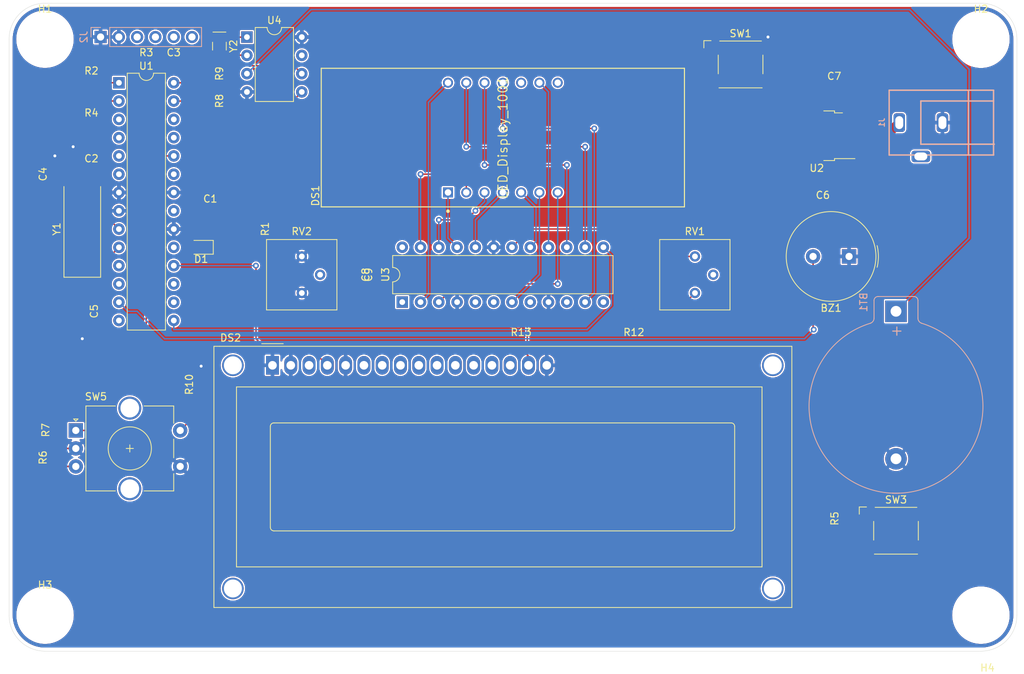
<source format=kicad_pcb>
(kicad_pcb (version 20211014) (generator pcbnew)
  (layers (0 "F.Cu" signal) (31 "B.Cu" signal) (34 "B.Paste" user) (35 "F.Paste" user) (36 "B.SilkS" user "B.Silkscreen") (37 "F.SilkS" user "F.Silkscreen") (38 "B.Mask" user) (39 "F.Mask" user) (44 "Edge.Cuts" user))
  (net 0 "")
  (net 1 "GND")
  (net 2 "Net-(C1-Pad1)")
  (net 3 "RESET")
  (net 4 "Net-(C3-Pad2)")
  (net 5 "Net-(C4-Pad1)")
  (net 6 "Net-(C5-Pad1)")
  (net 7 "Net-(C6-Pad1)")
  (net 8 "Net-(D1-Pad1)")
  (net 9 "LED_SCK")
  (net 10 "Net-(DS1-Pad1)")
  (net 11 "Net-(DS1-Pad2)")
  (net 12 "Net-(DS1-Pad3)")
  (net 13 "Net-(DS1-Pad4)")
  (net 14 "Net-(DS1-Pad5)")
  (net 15 "Net-(DS1-Pad6)")
  (net 16 "Net-(DS1-Pad7)")
  (net 17 "Net-(DS2-Pad3)")
  (net 18 "Net-(DS1-Pad9)")
  (net 19 "Net-(DS1-Pad10)")
  (net 20 "Net-(DS1-Pad11)")
  (net 21 "Net-(DS1-Pad12)")
  (net 22 "Net-(DS1-Pad13)")
  (net 23 "Net-(DS1-Pad14)")
  (net 24 "RS")
  (net 25 "D4")
  (net 26 "D5")
  (net 27 "D6")
  (net 28 "D7")
  (net 29 "Net-(DS2-Pad15)")
  (net 34 "VCC")
  (net 35 "MENU OUTPUT2")
  (net 36 "MENU_B")
  (net 37 "Net-(R12-Pad1)")
  (net 38 "LOAD")
  (net 40 "Net-(J2-Pad5)")
  (net 41 "Net-(J2-Pad4)")
  (net 43 "TXD")
  (net 44 "RXD")
  (net 45 "CLK")
  (net 46 "SDA")
  (net 47 "SCL")
  (net 48 "DATA")
  (net 49 "Net-(RV1-Pad3)")
  (net 50 "MENU SCROLL")
  (net 53 "MOSI")
  (net 54 "BUZZER")
  (net 59 "Net-(U4-Pad1)")
  (net 60 "Net-(U4-Pad2)")
  (net 61 "+BATT")
  (net 63 "Select_B")
  (footprint "footprints:MountingHole_3.2mm_M3" (layer "F.Cu") (at 215 140)
    (fp_text reference "H4" (at 0.9 7.32) (layer "F.SilkS"))
    (fp_text value "MountingHole")
    (pad "" np_thru_hole circle locked (at 0 0) (size 3.2 3.2) (drill 3.2) (layers *.Cu *.Mask))
  )
  (footprint "footprints:TO-252-2" (layer "F.Cu") (at 192.195 73.405 180)
    (fp_text reference "U2" (at 0 -4.5) (layer "F.SilkS"))
    (fp_text value "L7805")
    (pad "1" smd rect (at -4.2 -2.28 180) (size 2.2 1.2) (layers "F.Cu" "F.Paste" "F.Mask") (net 7 "Net-(C6-Pad1)"))
    (pad "2" smd rect (at 2.1 0 180) (size 6.4 5.8) (layers "F.Cu" "F.Mask") (net 1 "GND"))
    (pad "3" smd rect (at -4.2 2.28 180) (size 2.2 1.2) (layers "F.Cu" "F.Paste" "F.Mask") (net 34 "VCC"))
  )
  (footprint "footprints:DIP-8_W7.62mm" (layer "F.Cu") (at 113.04 59.7)
    (fp_text reference "U4" (at 3.81 -2.33) (layer "F.SilkS"))
    (fp_text value "DS1307_DIP-8")
    (pad "1" thru_hole rect locked (at 0 0) (size 1.6 1.6) (drill 0.8) (layers *.Cu *.Mask) (net 59 "Net-(U4-Pad1)"))
    (pad "2" thru_hole oval locked (at 0 2.54) (size 1.6 1.6) (drill 0.8) (layers *.Cu *.Mask) (net 60 "Net-(U4-Pad2)"))
    (pad "3" thru_hole oval locked (at 0 5.08) (size 1.6 1.6) (drill 0.8) (layers *.Cu *.Mask) (net 61 "+BATT"))
    (pad "4" thru_hole oval locked (at 0 7.62) (size 1.6 1.6) (drill 0.8) (layers *.Cu *.Mask) (net 1 "GND"))
    (pad "5" thru_hole oval locked (at 7.62 7.62) (size 1.6 1.6) (drill 0.8) (layers *.Cu *.Mask) (net 46 "SDA"))
    (pad "6" thru_hole oval locked (at 7.62 5.08) (size 1.6 1.6) (drill 0.8) (layers *.Cu *.Mask) (net 47 "SCL"))
    (pad "7" thru_hole oval locked (at 7.62 2.54) (size 1.6 1.6) (drill 0.8) (layers *.Cu *.Mask))
    (pad "8" thru_hole oval locked (at 7.62 0) (size 1.6 1.6) (drill 0.8) (layers *.Cu *.Mask) (net 34 "VCC"))
  )
  (footprint "footprints:TC1602A-01T" (layer "F.Cu") (at 116.59 105.2925)
    (fp_text reference "DS2" (at -5.82 -3.81) (layer "F.SilkS"))
    (fp_text value "TC1602A-01T")
    (pad "" thru_hole circle locked (at -5.4991 31.0007) (size 3 3) (drill 2.5) (layers *.Cu *.Mask))
    (pad "" thru_hole circle locked (at 69.49948 31.0007) (size 3 3) (drill 2.5) (layers *.Cu *.Mask))
    (pad "" thru_hole circle locked (at 69.5 0) (size 3 3) (drill 2.5) (layers *.Cu *.Mask))
    (pad "" thru_hole circle locked (at -5.4991 0) (size 3 3) (drill 2.5) (layers *.Cu *.Mask))
    (pad "1" thru_hole rect locked (at 0 0) (size 1.8 2.6) (drill 1.2) (layers *.Cu *.Mask) (net 1 "GND"))
    (pad "2" thru_hole oval locked (at 2.54 0) (size 1.8 2.6) (drill 1.2) (layers *.Cu *.Mask) (net 34 "VCC"))
    (pad "3" thru_hole oval locked (at 5.08 0) (size 1.8 2.6) (drill 1.2) (layers *.Cu *.Mask) (net 17 "Net-(DS2-Pad3)"))
    (pad "4" thru_hole oval locked (at 7.62 0) (size 1.8 2.6) (drill 1.2) (layers *.Cu *.Mask) (net 24 "RS"))
    (pad "5" thru_hole oval locked (at 10.16 0) (size 1.8 2.6) (drill 1.2) (layers *.Cu *.Mask) (net 1 "GND"))
    (pad "6" thru_hole oval locked (at 12.7 0) (size 1.8 2.6) (drill 1.2) (layers *.Cu *.Mask) (net 53 "MOSI"))
    (pad "7" thru_hole oval locked (at 15.24 0) (size 1.8 2.6) (drill 1.2) (layers *.Cu *.Mask))
    (pad "8" thru_hole oval locked (at 17.78 0) (size 1.8 2.6) (drill 1.2) (layers *.Cu *.Mask))
    (pad "9" thru_hole oval locked (at 20.32 0) (size 1.8 2.6) (drill 1.2) (layers *.Cu *.Mask))
    (pad "10" thru_hole oval locked (at 22.86 0) (size 1.8 2.6) (drill 1.2) (layers *.Cu *.Mask))
    (pad "11" thru_hole oval locked (at 25.4 0) (size 1.8 2.6) (drill 1.2) (layers *.Cu *.Mask) (net 25 "D4"))
    (pad "12" thru_hole oval locked (at 27.94 0) (size 1.8 2.6) (drill 1.2) (layers *.Cu *.Mask) (net 26 "D5"))
    (pad "13" thru_hole oval locked (at 30.48 0) (size 1.8 2.6) (drill 1.2) (layers *.Cu *.Mask) (net 27 "D6"))
    (pad "14" thru_hole oval locked (at 33.02 0) (size 1.8 2.6) (drill 1.2) (layers *.Cu *.Mask) (net 28 "D7"))
    (pad "15" thru_hole oval locked (at 35.56 0) (size 1.8 2.6) (drill 1.2) (layers *.Cu *.Mask) (net 29 "Net-(DS2-Pad15)"))
    (pad "16" thru_hole oval locked (at 38.1 0) (size 1.8 2.6) (drill 1.2) (layers *.Cu *.Mask) (net 1 "GND"))
  )
  (footprint "footprints:R_0805_2012Metric" (layer "F.Cu") (at 91.44 66.04)
    (fp_text reference "R2" (at 0 -1.65) (layer "F.SilkS"))
    (fp_text value "R_0805_10K")
    (pad "1" smd rect locked (at -0.85 0) (size 1.15 1.4) (layers "F.Cu" "F.Paste" "F.Mask") (net 34 "VCC"))
    (pad "2" smd rect locked (at 0.85 0) (size 1.15 1.4) (layers "F.Cu" "F.Paste" "F.Mask") (net 3 "RESET"))
  )
  (footprint "footprints:DIP-28_W7.62mm" (layer "F.Cu") (at 95.26 66.05)
    (fp_text reference "U1" (at 3.81 -2.33) (layer "F.SilkS"))
    (fp_text value "ATmega328-PU")
    (pad "1" thru_hole rect locked (at 0 0) (size 1.6 1.6) (drill 0.8) (layers *.Cu *.Mask) (net 3 "RESET"))
    (pad "2" thru_hole oval locked (at 0 2.54) (size 1.6 1.6) (drill 0.8) (layers *.Cu *.Mask) (net 44 "RXD"))
    (pad "3" thru_hole oval locked (at 0 5.08) (size 1.6 1.6) (drill 0.8) (layers *.Cu *.Mask) (net 43 "TXD"))
    (pad "4" thru_hole oval locked (at 0 7.62) (size 1.6 1.6) (drill 0.8) (layers *.Cu *.Mask) (net 25 "D4"))
    (pad "5" thru_hole oval locked (at 0 10.16) (size 1.6 1.6) (drill 0.8) (layers *.Cu *.Mask) (net 26 "D5"))
    (pad "6" thru_hole oval locked (at 0 12.7) (size 1.6 1.6) (drill 0.8) (layers *.Cu *.Mask) (net 27 "D6"))
    (pad "7" thru_hole oval locked (at 0 15.24) (size 1.6 1.6) (drill 0.8) (layers *.Cu *.Mask) (net 34 "VCC"))
    (pad "8" thru_hole oval locked (at 0 17.78) (size 1.6 1.6) (drill 0.8) (layers *.Cu *.Mask) (net 1 "GND"))
    (pad "9" thru_hole oval locked (at 0 20.32) (size 1.6 1.6) (drill 0.8) (layers *.Cu *.Mask) (net 5 "Net-(C4-Pad1)"))
    (pad "10" thru_hole oval locked (at 0 22.86) (size 1.6 1.6) (drill 0.8) (layers *.Cu *.Mask) (net 6 "Net-(C5-Pad1)"))
    (pad "11" thru_hole oval locked (at 0 25.4) (size 1.6 1.6) (drill 0.8) (layers *.Cu *.Mask) (net 28 "D7"))
    (pad "12" thru_hole oval locked (at 0 27.94) (size 1.6 1.6) (drill 0.8) (layers *.Cu *.Mask))
    (pad "13" thru_hole oval locked (at 0 30.48) (size 1.6 1.6) (drill 0.8) (layers *.Cu *.Mask) (net 54 "BUZZER"))
    (pad "14" thru_hole oval locked (at 0 33.02) (size 1.6 1.6) (drill 0.8) (layers *.Cu *.Mask) (net 38 "LOAD"))
    (pad "15" thru_hole oval locked (at 7.62 33.02) (size 1.6 1.6) (drill 0.8) (layers *.Cu *.Mask) (net 45 "CLK"))
    (pad "16" thru_hole oval locked (at 7.62 30.48) (size 1.6 1.6) (drill 0.8) (layers *.Cu *.Mask) (net 48 "DATA"))
    (pad "17" thru_hole oval locked (at 7.62 27.94) (size 1.6 1.6) (drill 0.8) (layers *.Cu *.Mask) (net 53 "MOSI"))
    (pad "18" thru_hole oval locked (at 7.62 25.4) (size 1.6 1.6) (drill 0.8) (layers *.Cu *.Mask) (net 24 "RS"))
    (pad "19" thru_hole oval locked (at 7.62 22.86) (size 1.6 1.6) (drill 0.8) (layers *.Cu *.Mask) (net 9 "LED_SCK"))
    (pad "20" thru_hole oval locked (at 7.62 20.32) (size 1.6 1.6) (drill 0.8) (layers *.Cu *.Mask) (net 34 "VCC"))
    (pad "21" thru_hole oval locked (at 7.62 17.78) (size 1.6 1.6) (drill 0.8) (layers *.Cu *.Mask) (net 2 "Net-(C1-Pad1)"))
    (pad "22" thru_hole oval locked (at 7.62 15.24) (size 1.6 1.6) (drill 0.8) (layers *.Cu *.Mask) (net 1 "GND"))
    (pad "23" thru_hole oval locked (at 7.62 12.7) (size 1.6 1.6) (drill 0.8) (layers *.Cu *.Mask) (net 50 "MENU SCROLL"))
    (pad "24" thru_hole oval locked (at 7.62 10.16) (size 1.6 1.6) (drill 0.8) (layers *.Cu *.Mask) (net 35 "MENU OUTPUT2"))
    (pad "25" thru_hole oval locked (at 7.62 7.62) (size 1.6 1.6) (drill 0.8) (layers *.Cu *.Mask) (net 63 "Select_B"))
    (pad "26" thru_hole oval locked (at 7.62 5.08) (size 1.6 1.6) (drill 0.8) (layers *.Cu *.Mask) (net 36 "MENU_B"))
    (pad "27" thru_hole oval locked (at 7.62 2.54) (size 1.6 1.6) (drill 0.8) (layers *.Cu *.Mask) (net 46 "SDA"))
    (pad "28" thru_hole oval locked (at 7.62 0) (size 1.6 1.6) (drill 0.8) (layers *.Cu *.Mask) (net 47 "SCL"))
  )
  (footprint "footprints:R_0805_2012Metric" (layer "F.Cu") (at 106.68 63.5 -90)
    (fp_text reference "R9" (at 1.27 -2.54 90) (layer "F.SilkS"))
    (fp_text value "R_0805_4.7K")
    (pad "1" smd rect locked (at -0.85 0 270) (size 1.15 1.4) (layers "F.Cu" "F.Paste" "F.Mask") (net 34 "VCC"))
    (pad "2" smd rect locked (at 0.85 0 270) (size 1.15 1.4) (layers "F.Cu" "F.Paste" "F.Mask") (net 47 "SCL"))
  )
  (footprint "footprints:C_0805_2012Metric" (layer "F.Cu") (at 130.81 92.71 -90)
    (fp_text reference "C8" (at 0 1.27 90) (layer "F.SilkS"))
    (fp_text value "C_0805_0.1uf")
    (pad "1" smd rect locked (at -0.85 0 270) (size 1.15 1.4) (layers "F.Cu" "F.Paste" "F.Mask") (net 34 "VCC"))
    (pad "2" smd rect locked (at 0.85 0 270) (size 1.15 1.4) (layers "F.Cu" "F.Paste" "F.Mask") (net 1 "GND"))
  )
  (footprint "footprints:C_0805_2012Metric" (layer "F.Cu") (at 128.27 92.71 -90)
    (fp_text reference "C9" (at 0 -1.65 90) (layer "F.SilkS"))
    (fp_text value "C_0805_0.1uf")
    (pad "1" smd rect locked (at -0.85 0 270) (size 1.15 1.4) (layers "F.Cu" "F.Paste" "F.Mask") (net 34 "VCC"))
    (pad "2" smd rect locked (at 0.85 0 270) (size 1.15 1.4) (layers "F.Cu" "F.Paste" "F.Mask") (net 1 "GND"))
  )
  (footprint "footprints:R_0805_2012Metric" (layer "F.Cu") (at 86.36 118.11 90)
    (fp_text reference "R6" (at 0 -1.65 90) (layer "F.SilkS"))
    (fp_text value "R_0805_10K")
    (pad "1" smd rect locked (at -0.85 0 90) (size 1.15 1.4) (layers "F.Cu" "F.Paste" "F.Mask") (net 50 "MENU SCROLL"))
    (pad "2" smd rect locked (at 0.85 0 90) (size 1.15 1.4) (layers "F.Cu" "F.Paste" "F.Mask") (net 1 "GND"))
  )
  (footprint "footprints:Crystal_SMD_HC49-SD" (layer "F.Cu") (at 90.17 86.36 90)
    (fp_text reference "Y1" (at 0 -3.55 90) (layer "F.SilkS"))
    (fp_text value "Crystal_16MHz")
    (pad "1" smd rect locked (at -4.25 0 90) (size 4.5 2) (layers "F.Cu" "F.Paste" "F.Mask") (net 6 "Net-(C5-Pad1)"))
    (pad "2" smd rect locked (at 4.25 0 90) (size 4.5 2) (layers "F.Cu" "F.Paste" "F.Mask") (net 5 "Net-(C4-Pad1)"))
  )
  (footprint "footprints:C_0805_2012Metric" (layer "F.Cu") (at 90.17 97.79 -90)
    (fp_text reference "C5" (at 0 -1.65 90) (layer "F.SilkS"))
    (fp_text value "C_0805_22pf")
    (pad "1" smd rect locked (at -0.85 0 270) (size 1.15 1.4) (layers "F.Cu" "F.Paste" "F.Mask") (net 6 "Net-(C5-Pad1)"))
    (pad "2" smd rect locked (at 0.85 0 270) (size 1.15 1.4) (layers "F.Cu" "F.Paste" "F.Mask") (net 1 "GND"))
  )
  (footprint "footprints:C_0805_2012Metric" (layer "F.Cu") (at 193.04 80.01 180)
    (fp_text reference "C6" (at 0 -1.65) (layer "F.SilkS"))
    (fp_text value "C_0805_1uf")
    (pad "1" smd rect locked (at -0.85 0 180) (size 1.15 1.4) (layers "F.Cu" "F.Paste" "F.Mask") (net 7 "Net-(C6-Pad1)"))
    (pad "2" smd rect locked (at 0.85 0 180) (size 1.15 1.4) (layers "F.Cu" "F.Paste" "F.Mask") (net 1 "GND"))
  )
  (footprint "footprints:DIP-24_W7.62mm" (layer "F.Cu") (at 134.615 96.51 90)
    (fp_text reference "U3" (at 3.81 -2.33 90) (layer "F.SilkS"))
    (fp_text value "MAX7219")
    (pad "1" thru_hole rect locked (at 0 0 90) (size 1.6 1.6) (drill 0.8) (layers *.Cu *.Mask) (net 48 "DATA"))
    (pad "2" thru_hole oval locked (at 0 2.54 90) (size 1.6 1.6) (drill 0.8) (layers *.Cu *.Mask) (net 23 "Net-(DS1-Pad14)"))
    (pad "3" thru_hole oval locked (at 0 5.08 90) (size 1.6 1.6) (drill 0.8) (layers *.Cu *.Mask) (net 16 "Net-(DS1-Pad7)"))
    (pad "4" thru_hole oval locked (at 0 7.62 90) (size 1.6 1.6) (drill 0.8) (layers *.Cu *.Mask) (net 1 "GND"))
    (pad "5" thru_hole oval locked (at 0 10.16 90) (size 1.6 1.6) (drill 0.8) (layers *.Cu *.Mask))
    (pad "6" thru_hole oval locked (at 0 12.7 90) (size 1.6 1.6) (drill 0.8) (layers *.Cu *.Mask) (net 19 "Net-(DS1-Pad10)"))
    (pad "7" thru_hole oval locked (at 0 15.24 90) (size 1.6 1.6) (drill 0.8) (layers *.Cu *.Mask) (net 15 "Net-(DS1-Pad6)"))
    (pad "8" thru_hole oval locked (at 0 17.78 90) (size 1.6 1.6) (drill 0.8) (layers *.Cu *.Mask))
    (pad "9" thru_hole oval locked (at 0 20.32 90) (size 1.6 1.6) (drill 0.8) (layers *.Cu *.Mask) (net 1 "GND"))
    (pad "10" thru_hole oval locked (at 0 22.86 90) (size 1.6 1.6) (drill 0.8) (layers *.Cu *.Mask))
    (pad "11" thru_hole oval locked (at 0 25.4 90) (size 1.6 1.6) (drill 0.8) (layers *.Cu *.Mask) (net 20 "Net-(DS1-Pad11)"))
    (pad "12" thru_hole oval locked (at 0 27.94 90) (size 1.6 1.6) (drill 0.8) (layers *.Cu *.Mask) (net 38 "LOAD"))
    (pad "13" thru_hole oval locked (at 7.62 27.94 90) (size 1.6 1.6) (drill 0.8) (layers *.Cu *.Mask) (net 45 "CLK"))
    (pad "14" thru_hole oval locked (at 7.62 25.4 90) (size 1.6 1.6) (drill 0.8) (layers *.Cu *.Mask) (net 22 "Net-(DS1-Pad13)"))
    (pad "15" thru_hole oval locked (at 7.62 22.86 90) (size 1.6 1.6) (drill 0.8) (layers *.Cu *.Mask) (net 21 "Net-(DS1-Pad12)"))
    (pad "16" thru_hole oval locked (at 7.62 20.32 90) (size 1.6 1.6) (drill 0.8) (layers *.Cu *.Mask) (net 18 "Net-(DS1-Pad9)"))
    (pad "17" thru_hole oval locked (at 7.62 17.78 90) (size 1.6 1.6) (drill 0.8) (layers *.Cu *.Mask) (net 14 "Net-(DS1-Pad5)"))
    (pad "18" thru_hole oval locked (at 7.62 15.24 90) (size 1.6 1.6) (drill 0.8) (layers *.Cu *.Mask) (net 49 "Net-(RV1-Pad3)"))
    (pad "19" thru_hole oval locked (at 7.62 12.7 90) (size 1.6 1.6) (drill 0.8) (layers *.Cu *.Mask) (net 34 "VCC"))
    (pad "20" thru_hole oval locked (at 7.62 10.16 90) (size 1.6 1.6) (drill 0.8) (layers *.Cu *.Mask) (net 13 "Net-(DS1-Pad4)"))
    (pad "21" thru_hole oval locked (at 7.62 7.62 90) (size 1.6 1.6) (drill 0.8) (layers *.Cu *.Mask) (net 10 "Net-(DS1-Pad1)"))
    (pad "22" thru_hole oval locked (at 7.62 5.08 90) (size 1.6 1.6) (drill 0.8) (layers *.Cu *.Mask) (net 12 "Net-(DS1-Pad3)"))
    (pad "23" thru_hole oval locked (at 7.62 2.54 90) (size 1.6 1.6) (drill 0.8) (layers *.Cu *.Mask) (net 11 "Net-(DS1-Pad2)"))
    (pad "24" thru_hole oval locked (at 7.62 0 90) (size 1.6 1.6) (drill 0.8) (layers *.Cu *.Mask))
  )
  (footprint "footprints:R_0805_2012Metric" (layer "F.Cu") (at 193.04 126.58 -90)
    (fp_text reference "R5" (at 0 -1.65 90) (layer "F.SilkS"))
    (fp_text value "R_0805_10K")
    (pad "1" smd rect locked (at -0.85 0 270) (size 1.15 1.4) (layers "F.Cu" "F.Paste" "F.Mask") (net 1 "GND"))
    (pad "2" smd rect locked (at 0.85 0 270) (size 1.15 1.4) (layers "F.Cu" "F.Paste" "F.Mask") (net 63 "Select_B"))
  )
  (footprint "footprints:R_0805_2012Metric" (layer "F.Cu") (at 166.79 99.06 180)
    (fp_text reference "R12" (at 0 -1.65) (layer "F.SilkS"))
    (fp_text value "R_0805_10K")
    (pad "1" smd rect locked (at -0.85 0 180) (size 1.15 1.4) (layers "F.Cu" "F.Paste" "F.Mask") (net 37 "Net-(R12-Pad1)"))
    (pad "2" smd rect locked (at 0.85 0 180) (size 1.15 1.4) (layers "F.Cu" "F.Paste" "F.Mask") (net 34 "VCC"))
  )
  (footprint "footprints:R_0805_2012Metric" (layer "F.Cu") (at 91.44 68.58 180)
    (fp_text reference "R4" (at 0 -1.65) (layer "F.SilkS"))
    (fp_text value "R_0805_47")
    (pad "1" smd rect locked (at -0.85 0 180) (size 1.15 1.4) (layers "F.Cu" "F.Paste" "F.Mask") (net 44 "RXD"))
    (pad "2" smd rect locked (at 0.85 0 180) (size 1.15 1.4) (layers "F.Cu" "F.Paste" "F.Mask") (net 41 "Net-(J2-Pad4)"))
  )
  (footprint "footprints:MountingHole_3.2mm_M3" (layer "F.Cu") (at 215 60)
    (fp_text reference "H2" (at 0 -4.2) (layer "F.SilkS"))
    (fp_text value "MountingHole")
    (pad "" np_thru_hole circle locked (at 0 0) (size 3.2 3.2) (drill 3.2) (layers *.Cu *.Mask))
  )
  (footprint "footprints:Potentiometer_Bourns_3386P_Vertical" (layer "F.Cu") (at 120.665 95.25)
    (fp_text reference "RV2" (at -0.015 -8.555) (layer "F.SilkS"))
    (fp_text value "R_POT_10K")
    (pad "1" thru_hole circle (at 0 0) (size 1.44 1.44) (drill 0.8) (layers *.Cu *.Mask) (net 1 "GND"))
    (pad "2" thru_hole circle (at 2.54 -2.54) (size 1.44 1.44) (drill 0.8) (layers *.Cu *.Mask) (net 17 "Net-(DS2-Pad3)"))
    (pad "3" thru_hole circle (at 0 -5.08) (size 1.44 1.44) (drill 0.8) (layers *.Cu *.Mask) (net 34 "VCC"))
  )
  (footprint "footprints:RotaryEncoder_TT_EN11-Switch_Vertical_H20mm_CircularMountingHoles" (layer "F.Cu") (at 89.27 114.34)
    (fp_text reference "SW5" (at 2.8 -4.7) (layer "F.SilkS"))
    (fp_text value "RotaryEncoder_Switch")
    (pad "" thru_hole circle (at 7.5 -3.1) (size 3.2 3.2) (drill 2.6) (layers *.Cu *.Mask))
    (pad "" thru_hole circle (at 7.5 8.1) (size 3.2 3.2) (drill 2.6) (layers *.Cu *.Mask))
    (pad "A" thru_hole rect (at 0 0) (size 2 2) (drill 1) (layers *.Cu *.Mask) (net 35 "MENU OUTPUT2"))
    (pad "B" thru_hole circle (at 0 5) (size 2 2) (drill 1) (layers *.Cu *.Mask) (net 50 "MENU SCROLL"))
    (pad "C" thru_hole circle (at 0 2.5) (size 2 2) (drill 1) (layers *.Cu *.Mask) (net 1 "GND"))
    (pad "S1" thru_hole circle (at 14.5 5) (size 2 2) (drill 1) (layers *.Cu *.Mask) (net 34 "VCC"))
    (pad "S2" thru_hole circle (at 14.5 0) (size 2 2) (drill 1) (layers *.Cu *.Mask) (net 36 "MENU_B"))
  )
  (footprint "footprints:R_0805_2012Metric" (layer "F.Cu") (at 86.36 114.3 -90)
    (fp_text reference "R7" (at 0 1.27 90) (layer "F.SilkS"))
    (fp_text value "R_0805_10K")
    (pad "1" smd rect locked (at -0.85 0 270) (size 1.15 1.4) (layers "F.Cu" "F.Paste" "F.Mask") (net 35 "MENU OUTPUT2"))
    (pad "2" smd rect locked (at 0.85 0 270) (size 1.15 1.4) (layers "F.Cu" "F.Paste" "F.Mask") (net 1 "GND"))
  )
  (footprint "footprints:MountingHole_3.2mm_M3" (layer "F.Cu") (at 85 140)
    (fp_text reference "H3" (at 0 -4.2) (layer "F.SilkS"))
    (fp_text value "MountingHole")
    (pad "" np_thru_hole circle locked (at 0 0) (size 3.2 3.2) (drill 3.2) (layers *.Cu *.Mask))
  )
  (footprint "footprints:SW_SPST_Omron_B3FS-100xP" (layer "F.Cu") (at 181.61 63.5)
    (fp_text reference "SW1" (at 0 -4.3) (layer "F.SilkS"))
    (fp_text value "Omron_B3F_SPST")
    (pad "1" smd rect locked (at -4 -2.25 180) (size 1.6 1.4) (layers "F.Cu" "F.Paste" "F.Mask") (net 1 "GND"))
    (pad "2" smd rect locked (at 4 -2.25 180) (size 1.6 1.4) (layers "F.Cu" "F.Paste" "F.Mask") (net 1 "GND"))
    (pad "3" smd rect locked (at -4 2.25 180) (size 1.6 1.4) (layers "F.Cu" "F.Paste" "F.Mask") (net 3 "RESET"))
    (pad "4" smd rect locked (at 4 2.25 180) (size 1.6 1.4) (layers "F.Cu" "F.Paste" "F.Mask") (net 3 "RESET"))
  )
  (footprint "footprints:R_0805_2012Metric" (layer "F.Cu") (at 99.06 63.5)
    (fp_text reference "R3" (at 0 -1.65) (layer "F.SilkS"))
    (fp_text value "R_0805_47")
    (pad "1" smd rect locked (at -0.85 0) (size 1.15 1.4) (layers "F.Cu" "F.Paste" "F.Mask") (net 43 "TXD"))
    (pad "2" smd rect locked (at 0.85 0) (size 1.15 1.4) (layers "F.Cu" "F.Paste" "F.Mask") (net 40 "Net-(J2-Pad5)"))
  )
  (footprint "footprints:MountingHole_3.2mm_M3" (layer "F.Cu") (at 85 60)
    (fp_text reference "H1" (at 0 -4.2) (layer "F.SilkS"))
    (fp_text value "MountingHole")
    (pad "" np_thru_hole circle locked (at 0 0) (size 3.2 3.2) (drill 3.2) (layers *.Cu *.Mask))
  )
  (footprint "footprints:SW_SPST_Omron_B3FS-100xP" (layer "F.Cu") (at 203.2 128.27)
    (fp_text reference "SW3" (at 0 -4.3) (layer "F.SilkS"))
    (fp_text value "Omron_B3F_SPST")
    (pad "1" smd rect locked (at -4 -2.25 180) (size 1.6 1.4) (layers "F.Cu" "F.Paste" "F.Mask") (net 34 "VCC"))
    (pad "2" smd rect locked (at 4 -2.25 180) (size 1.6 1.4) (layers "F.Cu" "F.Paste" "F.Mask"))
    (pad "3" smd rect locked (at -4 2.25 180) (size 1.6 1.4) (layers "F.Cu" "F.Paste" "F.Mask") (net 63 "Select_B"))
    (pad "4" smd rect locked (at 4 2.25 180) (size 1.6 1.4) (layers "F.Cu" "F.Paste" "F.Mask"))
  )
  (footprint "footprints:R_0805_2012Metric" (layer "F.Cu") (at 106.68 107.95 90)
    (fp_text reference "R10" (at 0 -1.65 90) (layer "F.SilkS"))
    (fp_text value "R_0805_10K")
    (pad "1" smd rect locked (at -0.85 0 90) (size 1.15 1.4) (layers "F.Cu" "F.Paste" "F.Mask") (net 36 "MENU_B"))
    (pad "2" smd rect locked (at 0.85 0 90) (size 1.15 1.4) (layers "F.Cu" "F.Paste" "F.Mask") (net 1 "GND"))
  )
  (footprint "footprints:C_0805_2012Metric" (layer "F.Cu") (at 102.87 63.5)
    (fp_text reference "C3" (at 0 -1.65) (layer "F.SilkS"))
    (fp_text value "C_0805_0.1uf")
    (pad "1" smd rect locked (at -0.85 0) (size 1.15 1.4) (layers "F.Cu" "F.Paste" "F.Mask") (net 3 "RESET"))
    (pad "2" smd rect locked (at 0.85 0) (size 1.15 1.4) (layers "F.Cu" "F.Paste" "F.Mask") (net 4 "Net-(C3-Pad2)"))
  )
  (footprint "footprints:Crystal_SMD_2Pin_3.2x1.5mm" (layer "F.Cu") (at 109.22 60.96 -90)
    (fp_text reference "Y2" (at 0 -1.95 90) (layer "F.SilkS"))
    (fp_text value "Crystal_32768Hz")
    (pad "1" smd rect locked (at -1.25 0 270) (size 1 1.8) (layers "F.Cu" "F.Paste" "F.Mask") (net 59 "Net-(U4-Pad1)"))
    (pad "2" smd rect locked (at 1.25 0 270) (size 1 1.8) (layers "F.Cu" "F.Paste" "F.Mask") (net 60 "Net-(U4-Pad2)"))
  )
  (footprint "footprints:C_0805_2012Metric" (layer "F.Cu") (at 107.95 83.82)
    (fp_text reference "C1" (at 0 -1.65) (layer "F.SilkS"))
    (fp_text value "C_0805_0.1uf")
    (pad "1" smd rect locked (at -0.85 0) (size 1.15 1.4) (layers "F.Cu" "F.Paste" "F.Mask") (net 2 "Net-(C1-Pad1)"))
    (pad "2" smd rect locked (at 0.85 0) (size 1.15 1.4) (layers "F.Cu" "F.Paste" "F.Mask") (net 1 "GND"))
  )
  (footprint "footprints:Adafruit-1001-0-0-MFG" (layer "F.Cu") (at 148.59 73.66 90)
    (fp_text reference "DS1" (at -9.625 -26.025 90) (layer "F.SilkS") (effects (justify left)))
    (fp_text value "LED_Display_1001" (at 0 0 90) (layer "F.SilkS") (effects (font (size 1.27 1.27))))
    (pad "1" thru_hole rect locked (at -7.62 -7.62 90) (size 1.4 1.4) (drill 0.9) (layers *.Cu *.Mask) (net 10 "Net-(DS1-Pad1)"))
    (pad "2" thru_hole circle locked (at -7.62 -5.08 90) (size 1.4 1.4) (drill 0.9) (layers *.Cu *.Mask) (net 11 "Net-(DS1-Pad2)"))
    (pad "3" thru_hole circle locked (at -7.62 -2.54 90) (size 1.4 1.4) (drill 0.9) (layers *.Cu *.Mask) (net 12 "Net-(DS1-Pad3)"))
    (pad "4" thru_hole circle locked (at -7.62 0 90) (size 1.4 1.4) (drill 0.9) (layers *.Cu *.Mask) (net 13 "Net-(DS1-Pad4)"))
    (pad "5" thru_hole circle locked (at -7.62 2.54 90) (size 1.4 1.4) (drill 0.9) (layers *.Cu *.Mask) (net 14 "Net-(DS1-Pad5)"))
    (pad "6" thru_hole circle locked (at -7.62 5.08 90) (size 1.4 1.4) (drill 0.9) (layers *.Cu *.Mask) (net 15 "Net-(DS1-Pad6)"))
    (pad "7" thru_hole circle locked (at -7.62 7.62 90) (size 1.4 1.4) (drill 0.9) (layers *.Cu *.Mask) (net 16 "Net-(DS1-Pad7)"))
    (pad "8" thru_hole circle locked (at 7.62 7.62 90) (size 1.4 1.4) (drill 0.9) (layers *.Cu *.Mask) (net 12 "Net-(DS1-Pad3)"))
    (pad "9" thru_hole circle locked (at 7.62 5.08 90) (size 1.4 1.4) (drill 0.9) (layers *.Cu *.Mask) (net 18 "Net-(DS1-Pad9)"))
    (pad "10" thru_hole circle locked (at 7.62 2.54 90) (size 1.4 1.4) (drill 0.9) (layers *.Cu *.Mask) (net 19 "Net-(DS1-Pad10)"))
    (pad "11" thru_hole circle locked (at 7.62 0 90) (size 1.4 1.4) (drill 0.9) (layers *.Cu *.Mask) (net 20 "Net-(DS1-Pad11)"))
    (pad "12" thru_hole circle locked (at 7.62 -2.54 90) (size 1.4 1.4) (drill 0.9) (layers *.Cu *.Mask) (net 21 "Net-(DS1-Pad12)"))
    (pad "13" thru_hole circle locked (at 7.62 -5.08 90) (size 1.4 1.4) (drill 0.9) (layers *.Cu *.Mask) (net 22 "Net-(DS1-Pad13)"))
    (pad "14" thru_hole circle locked (at 7.62 -7.62 90) (size 1.4 1.4) (drill 0.9) (layers *.Cu *.Mask) (net 23 "Net-(DS1-Pad14)"))
  )
  (footprint "footprints:R_0805_2012Metric" (layer "F.Cu") (at 106.68 68.58 90)
    (fp_text reference "R8" (at 0 2.54 90) (layer "F.SilkS"))
    (fp_text value "R_0805_4.7K")
    (pad "1" smd rect locked (at -0.85 0 90) (size 1.15 1.4) (layers "F.Cu" "F.Paste" "F.Mask") (net 34 "VCC"))
    (pad "2" smd rect locked (at 0.85 0 90) (size 1.15 1.4) (layers "F.Cu" "F.Paste" "F.Mask") (net 46 "SDA"))
  )
  (footprint "footprints:R_0805_2012Metric" (layer "F.Cu") (at 151.13 99.06 180)
    (fp_text reference "R13" (at 0 -1.65) (layer "F.SilkS"))
    (fp_text value "R_0805_47")
    (pad "1" smd rect locked (at -0.85 0 180) (size 1.15 1.4) (layers "F.Cu" "F.Paste" "F.Mask") (net 29 "Net-(DS2-Pad15)"))
    (pad "2" smd rect locked (at 0.85 0 180) (size 1.15 1.4) (layers "F.Cu" "F.Paste" "F.Mask") (net 34 "VCC"))
  )
  (footprint "footprints:R_0805_2012Metric" (layer "F.Cu") (at 113.03 86.36 90)
    (fp_text reference "R1" (at 0 2.54 90) (layer "F.SilkS"))
    (fp_text value "R_0805_2.2K")
    (pad "1" smd rect locked (at -0.85 0 90) (size 1.15 1.4) (layers "F.Cu" "F.Paste" "F.Mask") (net 8 "Net-(D1-Pad1)"))
    (pad "2" smd rect locked (at 0.85 0 90) (size 1.15 1.4) (layers "F.Cu" "F.Paste" "F.Mask") (net 1 "GND"))
  )
  (footprint "footprints:C_0805_2012Metric" (layer "F.Cu") (at 91.44 74.93 180)
    (fp_text reference "C2" (at 0 -1.65) (layer "F.SilkS"))
    (fp_text value "C_0805_0.1uf")
    (pad "1" smd rect locked (at -0.85 0 180) (size 1.15 1.4) (layers "F.Cu" "F.Paste" "F.Mask") (net 34 "VCC"))
    (pad "2" smd rect locked (at 0.85 0 180) (size 1.15 1.4) (layers "F.Cu" "F.Paste" "F.Mask") (net 1 "GND"))
  )
  (footprint "footprints:C_0805_2012Metric" (layer "F.Cu") (at 86.36 78.74 90)
    (fp_text reference "C4" (at 0 -1.65 90) (layer "F.SilkS"))
    (fp_text value "C_0805_22pf")
    (pad "1" smd rect locked (at -0.85 0 90) (size 1.15 1.4) (layers "F.Cu" "F.Paste" "F.Mask") (net 5 "Net-(C4-Pad1)"))
    (pad "2" smd rect locked (at 0.85 0 90) (size 1.15 1.4) (layers "F.Cu" "F.Paste" "F.Mask") (net 1 "GND"))
  )
  (footprint "footprints:C_0805_2012Metric" (layer "F.Cu") (at 194.31 67.31 180)
    (fp_text reference "C7" (at -0.31 2.176922) (layer "F.SilkS"))
    (fp_text value "C_0805_0.1uf")
    (pad "1" smd rect locked (at -0.85 0 180) (size 1.15 1.4) (layers "F.Cu" "F.Paste" "F.Mask") (net 34 "VCC"))
    (pad "2" smd rect locked (at 0.85 0 180) (size 1.15 1.4) (layers "F.Cu" "F.Paste" "F.Mask") (net 1 "GND"))
  )
  (footprint "footprints:Potentiometer_Bourns_3386P_Vertical" (layer "F.Cu") (at 175.275 95.25)
    (fp_text reference "RV1" (at -0.015 -8.555) (layer "F.SilkS"))
    (fp_text value "R_POT_10K")
    (pad "1" thru_hole circle (at 0 0) (size 1.44 1.44) (drill 0.8) (layers *.Cu *.Mask) (net 37 "Net-(R12-Pad1)"))
    (pad "2" thru_hole circle (at 2.54 -2.54) (size 1.44 1.44) (drill 0.8) (layers *.Cu *.Mask) (net 37 "Net-(R12-Pad1)"))
    (pad "3" thru_hole circle (at 0 -5.08) (size 1.44 1.44) (drill 0.8) (layers *.Cu *.Mask) (net 49 "Net-(RV1-Pad3)"))
  )
  (footprint "footprints:LED_0805_2012Metric" (layer "F.Cu") (at 106.68 88.9 180)
    (fp_text reference "D1" (at 0 -1.65) (layer "F.SilkS"))
    (fp_text value "LED_0805")
    (pad "1" smd roundrect locked (at -0.9375 0 180) (size 0.975 1.4) (layers "F.Cu" "F.Paste" "F.Mask") (net 8 "Net-(D1-Pad1)"))
    (pad "2" smd roundrect locked (at 0.9375 0 180) (size 0.975 1.4) (layers "F.Cu" "F.Paste" "F.Mask") (net 9 "LED_SCK"))
  )
  (footprint "footprints:Buzzer_TDK_PS1240P02BT_D12.2mm_H6.5mm" (layer "F.Cu") (at 196.680785 90.17 180)
    (fp_text reference "BZ1" (at 2.5 -7.17) (layer "F.SilkS"))
    (fp_text value "Buzzer")
    (pad "1" thru_hole rect locked (at 0 0 180) (size 2 2) (drill 1) (layers *.Cu *.Mask) (net 1 "GND"))
    (pad "2" thru_hole circle locked (at 5 0 180) (size 2 2) (drill 1) (layers *.Cu *.Mask) (net 54 "BUZZER"))
  )
  (footprint "footprints:PinHeader_1x06_P2.54mm_Vertical" (layer "B.Cu") (at 92.71 59.69 -90)
    (fp_text reference "J2" (at 0 2.33 90) (layer "B.SilkS") (effects (justify mirror)))
    (fp_text value "Conn_01x06")
    (pad "1" thru_hole rect locked (at 0 0 270) (size 1.7 1.7) (drill 1) (layers *.Cu *.Mask) (net 1 "GND"))
    (pad "2" thru_hole oval locked (at 0 -2.54 270) (size 1.7 1.7) (drill 1) (layers *.Cu *.Mask) (net 1 "GND"))
    (pad "3" thru_hole oval locked (at 0 -5.08 270) (size 1.7 1.7) (drill 1) (layers *.Cu *.Mask))
    (pad "4" thru_hole oval locked (at 0 -7.62 270) (size 1.7 1.7) (drill 1) (layers *.Cu *.Mask) (net 41 "Net-(J2-Pad4)"))
    (pad "5" thru_hole oval locked (at 0 -10.16 270) (size 1.7 1.7) (drill 1) (layers *.Cu *.Mask) (net 40 "Net-(J2-Pad5)"))
    (pad "6" thru_hole oval locked (at 0 -12.7 270) (size 1.7 1.7) (drill 1) (layers *.Cu *.Mask) (net 4 "Net-(C3-Pad2)"))
  )
  (footprint "footprints:PJ-102AH" (layer "B.Cu") (at 206.65 71.579994 90)
    (fp_text reference "J1" (at 0 -5.4102 90) (layer "B.SilkS") (effects (font (size 0.762 0.762) (thickness 0.1524)) (justify mirror)))
    (fp_text value "PJ-102AH" hide)
    (pad "1" thru_hole roundrect (at 0 -3 90) (size 2.6 1.6) (drill oval 1.8 1.1) (layers *.Cu *.Mask) (net 7 "Net-(C6-Pad1)"))
    (pad "2" thru_hole roundrect (at 0 3 90) (size 2.6 1.6) (drill oval 1.8 1.1) (layers *.Cu *.Mask) (net 1 "GND"))
    (pad "3" thru_hole roundrect (at -4.7 0 90) (size 1.6 2.6) (drill oval 1.1 1.8) (layers *.Cu *.Mask))
  )
  (footprint "footprints:BatteryHolder_Keystone_106_1x20mm" (layer "B.Cu") (at 203.2 97.79 -90)
    (fp_text reference "BT1" (at -1.25 4.5 90) (layer "B.SilkS") (effects (justify mirror)))
    (fp_text value "Battery_Cell")
    (fp_text user "+" (at 2.75 0 90) (layer "B.SilkS") (effects (font (size 1.5 1.5)) (justify mirror)))
    (pad "1" thru_hole rect (at 0 0 270) (size 3 3) (drill 1.5) (layers *.Cu *.Mask) (net 61 "+BATT"))
    (pad "2" thru_hole circle (at 20.49 0 270) (size 3 3) (drill 1.5) (layers *.Cu *.Mask) (net 1 "GND"))
  )
  (gr_line locked (start 220 60) (end 220 140) (layer "Edge.Cuts") (width 0.05))
  (gr_line locked (start 80 60) (end 80 140) (layer "Edge.Cuts") (width 0.05))
  (gr_arc locked (start 80 60) (mid 81.464466 56.464466) (end 85 55) (layer "Edge.Cuts") (width 0.05))
  (gr_arc locked (start 85 145) (mid 81.464466 143.535534) (end 80 140) (layer "Edge.Cuts") (width 0.05))
  (gr_arc locked (start 220 140) (mid 218.535534 143.535534) (end 215 145) (layer "Edge.Cuts") (width 0.05))
  (gr_line locked (start 215 55) (end 85 55) (layer "Edge.Cuts") (width 0.05))
  (gr_arc locked (start 215 55) (mid 218.535534 56.464466) (end 220 60) (layer "Edge.Cuts") (width 0.05))
  (gr_line locked (start 215 145) (end 85 145) (layer "Edge.Cuts") (width 0.05))
  (segment (start 90.59 74.93) (end 88.9 74.93) (width 0.2032) (layer "F.Cu") (net 1))
  (segment (start 106.68 107.1) (end 106.68 105.41) (width 0.2032) (layer "F.Cu") (net 1))
  (segment (start 190.095 77.915) (end 190.095 73.405) (width 0.2032) (layer "F.Cu") (net 1))
  (segment (start 86.36 115.52) (end 86.36 117.26) (width 0.2032) (layer "F.Cu") (net 1))
  (segment (start 185.61 59.88) (end 185.42 59.69) (width 0.2032) (layer "F.Cu") (net 1))
  (segment (start 86.36 117.26) (end 86.78 116.84) (width 0.2032) (layer "F.Cu") (net 1))
  (segment (start 86.73 115.15) (end 86.36 115.52) (width 0.2032) (layer "F.Cu") (net 1))
  (segment (start 90.17 98.64) (end 90.17 101.6) (width 0.2032) (layer "F.Cu") (net 1))
  (segment (start 190.095 70.675) (end 193.46 67.31) (width 0.2032) (layer "F.Cu") (net 1))
  (segment (start 192.19 80.01) (end 190.095 77.915) (width 0.2032) (layer "F.Cu") (net 1))
  (segment (start 190.095 73.405) (end 190.095 70.675) (width 0.2032) (layer "F.Cu") (net 1))
  (segment (start 86.36 77.47) (end 86.36 76.2) (width 0.2032) (layer "F.Cu") (net 1))
  (segment (start 177.61 61.25) (end 185.61 61.25) (width 0.2032) (layer "F.Cu") (net 1))
  (segment (start 86.78 116.84) (end 89.27 116.84) (width 0.2032) (layer "F.Cu") (net 1))
  (segment (start 86.36 77.89) (end 86.36 77.47) (width 0.2032) (layer "F.Cu") (net 1))
  (segment (start 185.61 61.25) (end 185.61 59.88) (width 0.2032) (layer "F.Cu") (net 1))
  (via (at 90.17 101.6) (size 0.8128) (drill 0.4064) (layers "F.Cu" "B.Cu") (net 1))
  (via (at 88.9 74.93) (size 0.8128) (drill 0.4064) (layers "F.Cu" "B.Cu") (net 1))
  (via (at 86.36 76.2) (size 0.8128) (drill 0.4064) (layers "F.Cu" "B.Cu") (net 1))
  (via (at 185.42 59.69) (size 0.8128) (drill 0.4064) (layers "F.Cu" "B.Cu") (net 1))
  (via (at 106.68 105.41) (size 0.8128) (drill 0.4064) (layers "F.Cu" "B.Cu") (net 1))
  (segment (start 95.25 66.04) (end 95.26 66.05) (width 0.2032) (layer "F.Cu") (net 3))
  (segment (start 92.29 66.04) (end 95.25 66.04) (width 0.2032) (layer "F.Cu") (net 3))
  (segment (start 177.61 65.75) (end 185.61 65.75) (width 0.2032) (layer "F.Cu") (net 3))
  (segment (start 91 82.11) (end 95.26 86.37) (width 0.2032) (layer "F.Cu") (net 5))
  (segment (start 90.17 81.67) (end 90.56 81.67) (width 0.2032) (layer "F.Cu") (net 5))
  (segment (start 87.65 79.59) (end 90.17 82.11) (width 0.2032) (layer "F.Cu") (net 5))
  (segment (start 86.36 79.59) (end 87.65 79.59) (width 0.2032) (layer "F.Cu") (net 5))
  (segment (start 90.17 82.11) (end 91 82.11) (width 0.2032) (layer "F.Cu") (net 5))
  (segment (start 90.17 90.61) (end 90.17 96.94) (width 0.2032) (layer "F.Cu") (net 6))
  (segment (start 90.17 90.61) (end 93.56 90.61) (width 0.2032) (layer "F.Cu") (net 6))
  (segment (start 93.56 90.61) (end 95.26 88.91) (width 0.2032) (layer "F.Cu") (net 6))
  (segment (start 193.89 80.01) (end 196.85 77.05) (width 0.2032) (layer "F.Cu") (net 7))
  (segment (start 196.85 76.14) (end 196.395 75.685) (width 0.2032) (layer "F.Cu") (net 7))
  (segment (start 196.85 77.05) (end 196.85 76.14) (width 0.2032) (layer "F.Cu") (net 7))
  (segment (start 199.544994 75.685) (end 203.65 71.579994) (width 1.27) (layer "F.Cu") (net 7))
  (segment (start 196.395 75.685) (end 199.544994 75.685) (width 1.27) (layer "F.Cu") (net 7))
  (segment (start 142.235 88.89) (end 140.97 87.625) (width 0.2032) (layer "B.Cu") (net 10))
  (segment (start 140.97 87.625) (end 140.97 81.28) (width 0.2032) (layer "B.Cu") (net 10))
  (segment (start 137.16 78.74) (end 143.51 78.74) (width 0.2032) (layer "F.Cu") (net 11))
  (segment (start 143.51 78.74) (end 143.51 81.28) (width 0.2032) (layer "F.Cu") (net 11))
  (via (at 137.16 78.74) (size 0.8128) (drill 0.4064) (layers "F.Cu" "B.Cu") (net 11))
  (segment (start 137.155 88.89) (end 137.155 78.745) (width 0.2032) (layer "B.Cu") (net 11))
  (segment (start 137.155 78.745) (end 137.16 78.74) (width 0.2032) (layer "B.Cu") (net 11))
  (segment (start 143.51 85.09) (end 144.78 83.82) (width 0.2032) (layer "F.Cu") (net 12))
  (segment (start 139.7 85.09) (end 143.51 85.09) (width 0.2032) (layer "F.Cu") (net 12))
  (via (at 139.7 85.09) (size 0.8128) (drill 0.4064) (layers "F.Cu" "B.Cu") (net 12))
  (via (at 144.78 83.82) (size 0.8128) (drill 0.4064) (layers "F.Cu" "B.Cu") (net 12))
  (segment (start 139.695 85.095) (end 139.7 85.09) (width 0.2032) (layer "B.Cu") (net 12))
  (segment (start 144.78 83.82) (end 146.05 82.55) (width 0.2032) (layer "B.Cu") (net 12))
  (segment (start 146.05 82.55) (end 146.05 81.28) (width 0.2032) (layer "B.Cu") (net 12))
  (segment (start 139.695 88.89) (end 139.695 85.095) (width 0.2032) (layer "B.Cu") (net 12))
  (segment (start 144.775 88.89) (end 144.775 85.095) (width 0.2032) (layer "B.Cu") (net 13))
  (segment (start 144.775 85.095) (end 148.59 81.28) (width 0.2032) (layer "B.Cu") (net 13))
  (segment (start 153.194999 83.344999) (end 151.13 81.28) (width 0.2032) (layer "B.Cu") (net 14))
  (segment (start 153.194999 88.090001) (end 153.194999 83.344999) (width 0.2032) (layer "B.Cu") (net 14))
  (segment (start 152.395 88.89) (end 153.194999 88.090001) (width 0.2032) (layer "B.Cu") (net 14))
  (segment (start 153.67 81.28) (end 153.67 92.695) (width 0.2032) (layer "B.Cu") (net 15))
  (segment (start 153.67 92.695) (end 149.855 96.51) (width 0.2032) (layer "B.Cu") (net 15))
  (segment (start 142.24 93.98) (end 156.21 93.98) (width 0.2032) (layer "F.Cu") (net 16))
  (segment (start 139.695 96.515) (end 139.7 96.52) (width 0.2032) (layer "F.Cu") (net 16))
  (segment (start 139.7 96.52) (end 142.24 93.98) (width 0.2032) (layer "F.Cu") (net 16))
  (segment (start 139.695 96.51) (end 139.695 96.515) (width 0.2032) (layer "F.Cu") (net 16))
  (via (at 156.21 93.98) (size 0.8128) (drill 0.4064) (layers "F.Cu" "B.Cu") (net 16))
  (segment (start 156.21 93.98) (end 156.21 81.28) (width 0.2032) (layer "B.Cu") (net 16))
  (segment (start 154.934996 88.889992) (end 154.934996 67.304996) (width 0.2032) (layer "B.Cu") (net 18))
  (segment (start 154.934996 67.304996) (end 153.67 66.04) (width 0.2032) (layer "B.Cu") (net 18))
  (segment (start 161.29 72.39) (end 148.59 72.39) (width 0.2032) (layer "F.Cu") (net 20))
  (via (at 148.59 72.39) (size 0.8128) (drill 0.4064) (layers "F.Cu" "B.Cu") (net 20))
  (via (at 161.29 72.39) (size 0.8128) (drill 0.4064) (layers "F.Cu" "B.Cu") (net 20))
  (segment (start 161.29 95.235) (end 161.29 72.39) (width 0.2032) (layer "B.Cu") (net 20))
  (segment (start 160.015 96.51) (end 161.29 95.235) (width 0.2032) (layer "B.Cu") (net 20))
  (segment (start 148.59 72.39) (end 148.59 66.04) (width 0.2032) (layer "B.Cu") (net 20))
  (segment (start 157.475 77.475) (end 157.47 77.47) (width 0.2032) (layer "F.Cu") (net 21))
  (segment (start 157.47 77.47) (end 146.05 77.47) (width 0.2032) (layer "F.Cu") (net 21))
  (via (at 146.05 77.47) (size 0.8128) (drill 0.4064) (layers "F.Cu" "B.Cu") (net 21))
  (via (at 157.475 77.475) (size 0.8128) (drill 0.4064) (layers "F.Cu" "B.Cu") (net 21))
  (segment (start 157.48 77.47) (end 157.475 77.475) (width 0.2032) (layer "B.Cu") (net 21))
  (segment (start 157.475 88.89) (end 157.475 77.475) (width 0.2032) (layer "B.Cu") (net 21))
  (segment (start 146.05 77.47) (end 146.05 66.04) (width 0.2032) (layer "B.Cu") (net 21))
  (segment (start 160.02 74.93) (end 143.51 74.93) (width 0.2032) (layer "F.Cu") (net 22))
  (via (at 160.02 74.93) (size 0.8128) (drill 0.4064) (layers "F.Cu" "B.Cu") (net 22))
  (via (at 143.51 74.93) (size 0.8128) (drill 0.4064) (layers "F.Cu" "B.Cu") (net 22))
  (segment (start 160.015 88.89) (end 160.015 88.895) (width 0.2032) (layer "B.Cu") (net 22))
  (segment (start 160.015 88.895) (end 160.02 88.9) (width 0.2032) (layer "B.Cu") (net 22))
  (segment (start 160.02 88.9) (end 160.02 74.93) (width 0.2032) (layer "B.Cu") (net 22))
  (segment (start 143.51 74.93) (end 143.51 66.04) (width 0.2032) (layer "B.Cu") (net 22))
  (segment (start 137.155 96.51) (end 138.259311 95.405689) (width 0.2032) (layer "B.Cu") (net 23))
  (segment (start 138.259311 68.750689) (end 140.97 66.04) (width 0.2032) (layer "B.Cu") (net 23))
  (segment (start 138.259311 95.405689) (end 138.259311 68.750689) (width 0.2032) (layer "B.Cu") (net 23))
  (segment (start 124.21 105.2925) (end 121.7875 102.87) (width 0.2032) (layer "F.Cu") (net 24))
  (segment (start 121.7875 102.87) (end 115.57 102.87) (width 0.2032) (layer "F.Cu") (net 24))
  (segment (start 114.3 91.46) (end 114.29 91.45) (width 0.2032) (layer "F.Cu") (net 24))
  (segment (start 115.57 102.87) (end 114.3 101.6) (width 0.2032) (layer "F.Cu") (net 24))
  (segment (start 114.3 101.6) (end 114.3 91.46) (width 0.2032) (layer "F.Cu") (net 24))
  (via (at 114.29 91.45) (size 0.8128) (drill 0.4064) (layers "F.Cu" "B.Cu") (net 24))
  (segment (start 114.29 91.45) (end 102.88 91.45) (width 0.2032) (layer "B.Cu") (net 24))
  (segment (start 151.98 103.8525) (end 152.15 104.0225) (width 0.2032) (layer "F.Cu") (net 29))
  (segment (start 151.98 99.06) (end 151.98 103.8525) (width 0.2032) (layer "F.Cu") (net 29))
  (segment (start 150.28 99.06) (end 149.86 99.06) (width 0.2032) (layer "F.Cu") (net 34))
  (segment (start 146.9 88.475) (end 147.315 88.89) (width 0.2032) (layer "F.Cu") (net 34))
  (segment (start 99.06 76.2) (end 99.07 76.21) (width 0.2032) (layer "F.Cu") (net 35))
  (segment (start 99.06 111.643104) (end 99.06 76.2) (width 0.2032) (layer "F.Cu") (net 35))
  (segment (start 99.07 76.21) (end 102.88 76.21) (width 0.2032) (layer "F.Cu") (net 35))
  (segment (start 89.27 114.34) (end 96.363104 114.34) (width 0.2032) (layer "F.Cu") (net 35))
  (segment (start 96.363104 114.34) (end 99.06 111.643104) (width 0.2032) (layer "F.Cu") (net 35))
  (segment (start 103.77 114.34) (end 106.68 111.43) (width 0.2032) (layer "F.Cu") (net 36))
  (segment (start 106.68 111.43) (end 106.68 108.8) (width 0.2032) (layer "F.Cu") (net 36))
  (segment (start 171.465 99.06) (end 175.275 95.25) (width 0.2032) (layer "F.Cu") (net 37))
  (segment (start 167.64 99.06) (end 171.465 99.06) (width 0.2032) (layer "F.Cu") (net 37))
  (segment (start 92.29 68.58) (end 95.25 68.58) (width 0.2032) (layer "F.Cu") (net 44))
  (segment (start 95.25 68.58) (end 95.26 68.59) (width 0.2032) (layer "F.Cu") (net 44))
  (segment (start 102.87 100.33) (end 102.88 100.32) (width 0.2032) (layer "B.Cu") (net 45))
  (segment (start 162.555 88.89) (end 163.659311 89.994311) (width 0.2032) (layer "B.Cu") (net 45))
  (segment (start 163.659311 96.967422) (end 160.296733 100.33) (width 0.2032) (layer "B.Cu") (net 45))
  (segment (start 102.88 100.32) (end 102.88 99.07) (width 0.2032) (layer "B.Cu") (net 45))
  (segment (start 163.659311 89.994311) (end 163.659311 96.967422) (width 0.2032) (layer "B.Cu") (net 45))
  (segment (start 160.296733 100.33) (end 102.87 100.33) (width 0.2032) (layer "B.Cu") (net 45))
  (segment (start 106.27 67.32) (end 106.68 67.73) (width 0.2032) (layer "F.Cu") (net 46))
  (segment (start 119.555689 68.424311) (end 120.66 67.32) (width 0.2032) (layer "F.Cu") (net 46))
  (segment (start 102.88 68.59) (end 106.27 68.59) (width 0.2032) (layer "F.Cu") (net 46))
  (segment (start 107.499311 68.424311) (end 119.555689 68.424311) (width 0.2032) (layer "F.Cu") (net 46))
  (segment (start 106.68 67.73) (end 106.805 67.73) (width 0.2032) (layer "F.Cu") (net 46))
  (segment (start 106.805 67.73) (end 107.499311 68.424311) (width 0.2032) (layer "F.Cu") (net 46))
  (segment (start 107.354311 63.675689) (end 119.555689 63.675689) (width 0.2032) (layer "F.Cu") (net 47))
  (segment (start 106.25 64.78) (end 106.68 64.35) (width 0.2032) (layer "F.Cu") (net 47))
  (segment (start 102.88 66.05) (end 106.25 66.05) (width 0.2032) (layer "F.Cu") (net 47))
  (segment (start 119.555689 63.675689) (end 120.66 64.78) (width 0.2032) (layer "F.Cu") (net 47))
  (segment (start 106.68 64.35) (end 107.354311 63.675689) (width 0.2032) (layer "F.Cu") (net 47))
  (segment (start 149.855 88.89) (end 152.385 86.36) (width 0.2032) (layer "F.Cu") (net 49))
  (segment (start 152.385 86.36) (end 168.91 86.36) (width 0.2032) (layer "F.Cu") (net 49))
  (segment (start 172.72 90.17) (end 175.275 90.17) (width 0.2032) (layer "F.Cu") (net 49))
  (segment (start 168.91 86.36) (end 172.72 90.17) (width 0.2032) (layer "F.Cu") (net 49))
  (segment (start 86.74 119.34) (end 89.27 119.34) (width 0.2032) (layer "F.Cu") (net 50))
  (segment (start 86.36 118.96) (end 86.74 119.34) (width 0.2032) (layer "F.Cu") (net 50))
  (segment (start 191.680785 90.17) (end 191.680785 100.240785) (width 0.2032) (layer "F.Cu") (net 54))
  (segment (start 191.680785 100.240785) (end 191.77 100.33) (width 0.2032) (layer "F.Cu") (net 54))
  (via (at 191.77 100.33) (size 0.8128) (drill 0.4064) (layers "F.Cu" "B.Cu") (net 54))
  (segment (start 96.52 97.79) (end 95.26 96.53) (width 0.2032) (layer "B.Cu") (net 54))
  (segment (start 191.77 100.33) (end 190.5 101.6) (width 0.2032) (layer "B.Cu") (net 54))
  (segment (start 97.79 97.79) (end 96.52 97.79) (width 0.2032) (layer "B.Cu") (net 54))
  (segment (start 190.5 101.6) (end 101.6 101.6) (width 0.2032) (layer "B.Cu") (net 54))
  (segment (start 101.6 101.6) (end 97.79 97.79) (width 0.2032) (layer "B.Cu") (net 54))
  (segment (start 113.03 59.71) (end 113.04 59.7) (width 0.2032) (layer "F.Cu") (net 59))
  (segment (start 109.22 59.71) (end 113.03 59.71) (width 0.2032) (layer "F.Cu") (net 59))
  (segment (start 109.22 62.21) (end 113.01 62.21) (width 0.2032) (layer "F.Cu") (net 60))
  (segment (start 113.01 62.21) (end 113.04 62.24) (width 0.2032) (layer "F.Cu") (net 60))
  (segment (start 121.94 55.88) (end 113.04 64.78) (width 0.2032) (layer "B.Cu") (net 61))
  (segment (start 203.2 97.79) (end 213.36 87.63) (width 0.2032) (layer "B.Cu") (net 61))
  (segment (start 213.36 87.63) (end 213.36 64.166594) (width 0.2032) (layer "B.Cu") (net 61))
  (segment (start 213.36 64.166594) (end 205.073406 55.88) (width 0.2032) (layer "B.Cu") (net 61))
  (segment (start 205.073406 55.88) (end 121.94 55.88) (width 0.2032) (layer "B.Cu") (net 61))
  (zone (net 34) (net_name "VCC") (layers F&B.Cu) (connect_pads (clearance 0)) (min_thickness 0.254) (fill yes (thermal_gap 0.3048) (thermal_bridge_width 0.508))
    (polygon (pts (xy 219.71 146.05) (xy 218.44 144.78) (xy 80.01 146.05) (xy 78.74 54.61) (xy 220.98 54.61)))
  )
  (zone locked (net 0) (net_name "") (layers F&B.Cu) (connect_pads (clearance 0)) (min_thickness 0.254)
    (keepout (tracks not_allowed) (vias not_allowed) (pads allowed) (copperpour not_allowed) (footprints allowed))
    (fill (thermal_gap 0.508) (thermal_bridge_width 0.508))
    (polygon (pts (xy 219.005141 140) (xy 218.984638 139.595255) (xy 218.923337 139.194655) (xy 218.821867 138.802299) (xy 218.681267 138.422207) (xy 218.502975 138.058269) (xy 218.288818 137.714212) (xy 218.040989 137.393558) (xy 217.762024 137.09959) (xy 217.454779 136.835318) (xy 217.122401 136.603448) (xy 216.768293 136.406354) (xy 216.39608 136.246053) (xy 216.009573 136.124188) (xy 215.61273 136.042006) (xy 215.209613 136.000348) (xy 214.80435 135.999641) (xy 214.40109 136.039891) (xy 214.003962 136.120688) (xy 213.617032 136.241203) (xy 213.244262 136.400203) (xy 212.889468 136.59606) (xy 212.556283 136.826768) (xy 212.248118 137.089966) (xy 211.968128 137.382958) (xy 211.719181 137.702745) (xy 211.503824 138.046053) (xy 211.324263 138.409367) (xy 211.182337 138.788966) (xy 211.079498 139.180964) (xy 211.0168 139.581349) (xy 210.994883 139.986019) (xy 211.013974 140.390833) (xy 211.073876 140.791646) (xy 211.173975 141.184352) (xy 211.313248 141.564933) (xy 211.490268 141.929491) (xy 211.703223 142.274294) (xy 211.949932 142.595812) (xy 212.227869 142.890751) (xy 212.534189 143.156094) (xy 212.865755 143.389123) (xy 213.219173 143.587452) (xy 213.590825 143.74905) (xy 213.976904 143.872264) (xy 214.373458 143.955831) (xy 214.776427 143.998896) (xy 215.181685 144.001018) (xy 215.585083 143.962175) (xy 215.982491 143.882765) (xy 216.369839 143.763601) (xy 216.743162 143.605904) (xy 217.098637 143.411286) (xy 217.432626 143.181743) (xy 217.741708 142.919622) (xy 218.022718 142.627609) (xy 218.272781 142.308693) (xy 218.489334 141.966139) (xy 218.670162 141.603454) (xy 218.813412 141.224353) (xy 218.917619 140.832716) (xy 218.981715 140.432553) (xy 219.005043 140.027961)))
  )
  (zone locked (net 0) (net_name "") (layers F&B.Cu) (connect_pads (clearance 0)) (min_thickness 0.254)
    (keepout (tracks not_allowed) (vias not_allowed) (pads allowed) (copperpour not_allowed) (footprints allowed))
    (fill (thermal_gap 0.508) (thermal_bridge_width 0.508))
    (polygon (pts (xy 88.995141 59.99) (xy 88.974638 59.585255) (xy 88.913337 59.184655) (xy 88.811867 58.792299) (xy 88.671267 58.412207) (xy 88.492975 58.048269) (xy 88.278818 57.704212) (xy 88.030989 57.383558) (xy 87.752024 57.08959) (xy 87.444779 56.825318) (xy 87.112401 56.593448) (xy 86.758293 56.396354) (xy 86.38608 56.236053) (xy 85.999573 56.114188) (xy 85.60273 56.032006) (xy 85.199613 55.990348) (xy 84.79435 55.989641) (xy 84.39109 56.029891) (xy 83.993962 56.110688) (xy 83.607032 56.231203) (xy 83.234262 56.390203) (xy 82.879468 56.58606) (xy 82.546283 56.816768) (xy 82.238118 57.079966) (xy 81.958128 57.372958) (xy 81.709181 57.692745) (xy 81.493824 58.036053) (xy 81.314263 58.399367) (xy 81.172337 58.778966) (xy 81.069498 59.170964) (xy 81.0068 59.571349) (xy 80.984883 59.976019) (xy 81.003974 60.380833) (xy 81.063876 60.781646) (xy 81.163975 61.174352) (xy 81.303248 61.554933) (xy 81.480268 61.919491) (xy 81.693223 62.264294) (xy 81.939932 62.585812) (xy 82.217869 62.880751) (xy 82.524189 63.146094) (xy 82.855755 63.379123) (xy 83.209173 63.577452) (xy 83.580825 63.73905) (xy 83.966904 63.862264) (xy 84.363458 63.945831) (xy 84.766427 63.988896) (xy 85.171685 63.991018) (xy 85.575083 63.952175) (xy 85.972491 63.872765) (xy 86.359839 63.753601) (xy 86.733162 63.595904) (xy 87.088637 63.401286) (xy 87.422626 63.171743) (xy 87.731708 62.909622) (xy 88.012718 62.617609) (xy 88.262781 62.298693) (xy 88.479334 61.956139) (xy 88.660162 61.593454) (xy 88.803412 61.214353) (xy 88.907619 60.822716) (xy 88.971715 60.422553) (xy 88.995043 60.017961)))
  )
  (zone locked (net 0) (net_name "") (layers F&B.Cu) (connect_pads (clearance 0)) (min_thickness 0.254)
    (keepout (tracks not_allowed) (vias not_allowed) (pads allowed) (copperpour not_allowed) (footprints allowed))
    (fill (thermal_gap 0.508) (thermal_bridge_width 0.508))
    (polygon (pts (xy 89.005141 140) (xy 88.984638 139.595255) (xy 88.923337 139.194655) (xy 88.821867 138.802299) (xy 88.681267 138.422207) (xy 88.502975 138.058269) (xy 88.288818 137.714212) (xy 88.040989 137.393558) (xy 87.762024 137.09959) (xy 87.454779 136.835318) (xy 87.122401 136.603448) (xy 86.768293 136.406354) (xy 86.39608 136.246053) (xy 86.009573 136.124188) (xy 85.61273 136.042006) (xy 85.209613 136.000348) (xy 84.80435 135.999641) (xy 84.40109 136.039891) (xy 84.003962 136.120688) (xy 83.617032 136.241203) (xy 83.244262 136.400203) (xy 82.889468 136.59606) (xy 82.556283 136.826768) (xy 82.248118 137.089966) (xy 81.968128 137.382958) (xy 81.719181 137.702745) (xy 81.503824 138.046053) (xy 81.324263 138.409367) (xy 81.182337 138.788966) (xy 81.079498 139.180964) (xy 81.0168 139.581349) (xy 80.994883 139.986019) (xy 81.013974 140.390833) (xy 81.073876 140.791646) (xy 81.173975 141.184352) (xy 81.313248 141.564933) (xy 81.490268 141.929491) (xy 81.703223 142.274294) (xy 81.949932 142.595812) (xy 82.227869 142.890751) (xy 82.534189 143.156094) (xy 82.865755 143.389123) (xy 83.219173 143.587452) (xy 83.590825 143.74905) (xy 83.976904 143.872264) (xy 84.373458 143.955831) (xy 84.776427 143.998896) (xy 85.181685 144.001018) (xy 85.585083 143.962175) (xy 85.982491 143.882765) (xy 86.369839 143.763601) (xy 86.743162 143.605904) (xy 87.098637 143.411286) (xy 87.432626 143.181743) (xy 87.741708 142.919622) (xy 88.022718 142.627609) (xy 88.272781 142.308693) (xy 88.489334 141.966139) (xy 88.670162 141.603454) (xy 88.813412 141.224353) (xy 88.917619 140.832716) (xy 88.981715 140.432553) (xy 89.005043 140.027961)))
  )
  (zone locked (net 0) (net_name "") (layers F&B.Cu) (connect_pads (clearance 0)) (min_thickness 0.254)
    (keepout (tracks not_allowed) (vias not_allowed) (pads allowed) (copperpour not_allowed) (footprints allowed))
    (fill (thermal_gap 0.508) (thermal_bridge_width 0.508))
    (polygon (pts (xy 219.005141 60) (xy 218.984638 59.595255) (xy 218.923337 59.194655) (xy 218.821867 58.802299) (xy 218.681267 58.422207) (xy 218.502975 58.058269) (xy 218.288818 57.714212) (xy 218.040989 57.393558) (xy 217.762024 57.09959) (xy 217.454779 56.835318) (xy 217.122401 56.603448) (xy 216.768293 56.406354) (xy 216.39608 56.246053) (xy 216.009573 56.124188) (xy 215.61273 56.042006) (xy 215.209613 56.000348) (xy 214.80435 55.999641) (xy 214.40109 56.039891) (xy 214.003962 56.120688) (xy 213.617032 56.241203) (xy 213.244262 56.400203) (xy 212.889468 56.59606) (xy 212.556283 56.826768) (xy 212.248118 57.089966) (xy 211.968128 57.382958) (xy 211.719181 57.702745) (xy 211.503824 58.046053) (xy 211.324263 58.409367) (xy 211.182337 58.788966) (xy 211.079498 59.180964) (xy 211.0168 59.581349) (xy 210.994883 59.986019) (xy 211.013974 60.390833) (xy 211.073876 60.791646) (xy 211.173975 61.184352) (xy 211.313248 61.564933) (xy 211.490268 61.929491) (xy 211.703223 62.274294) (xy 211.949932 62.595812) (xy 212.227869 62.890751) (xy 212.534189 63.156094) (xy 212.865755 63.389123) (xy 213.219173 63.587452) (xy 213.590825 63.74905) (xy 213.976904 63.872264) (xy 214.373458 63.955831) (xy 214.776427 63.998896) (xy 215.181685 64.001018) (xy 215.585083 63.962175) (xy 215.982491 63.882765) (xy 216.369839 63.763601) (xy 216.743162 63.605904) (xy 217.098637 63.411286) (xy 217.432626 63.181743) (xy 217.741708 62.919622) (xy 218.022718 62.627609) (xy 218.272781 62.308693) (xy 218.489334 61.966139) (xy 218.670162 61.603454) (xy 218.813412 61.224353) (xy 218.917619 60.832716) (xy 218.981715 60.432553) (xy 219.005043 60.027961)))
  )
  (zone (net 1) (net_name "GND") (layer "B.Cu") (connect_pads (clearance 0)) (min_thickness 0.254) (fill yes (thermal_gap 0.508) (thermal_bridge_width 0.508))
    (polygon (pts (xy 219.71 146.05) (xy 80.01 146.05) (xy 78.74 54.61) (xy 220.98 54.61)))
  )
)
</source>
